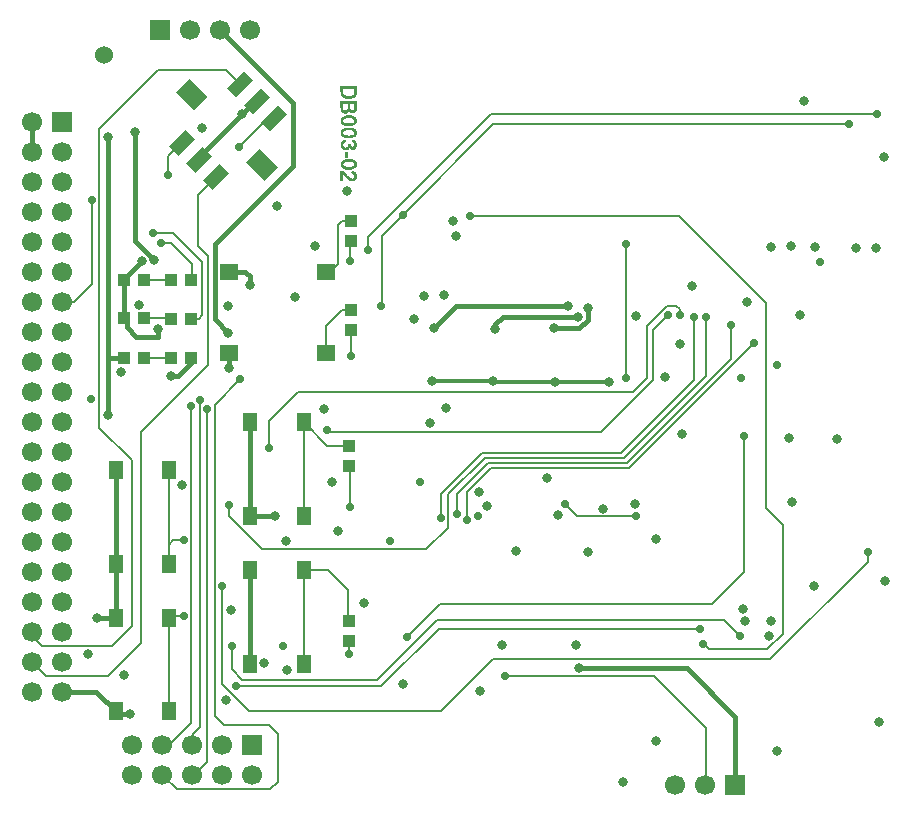
<source format=gbr>
G04 DipTrace 2.4.0.2*
%INTop.gbr*%
%MOMM*%
%ADD12C,0.076*%
%ADD14C,0.2*%
%ADD15C,0.4*%
%ADD16C,0.3*%
%ADD20R,1.3X1.55*%
%ADD21R,1.1X1.0*%
%ADD22R,1.0X1.1*%
%ADD29R,1.7X1.7*%
%ADD31C,1.7*%
%ADD43R,1.5X1.4*%
%ADD44C,1.524*%
%ADD56C,0.7*%
%ADD58C,0.8*%
%FSLAX53Y53*%
G04*
G71*
G90*
G75*
G01*
%LNTop*%
%LPD*%
X72880Y41050D2*
D14*
Y29520D1*
X70160Y26800D1*
X47120D1*
X44320Y24000D1*
X69440Y23440D2*
X69920Y22960D1*
X74880D1*
X76160Y24240D1*
Y33520D1*
X74780Y34900D1*
Y52260D1*
X67360Y59680D1*
X49680D1*
X39440Y22560D2*
Y23710D1*
X39410D1*
X24189Y25658D2*
Y17708D1*
X25440Y25800D2*
X24331D1*
X24189Y25658D1*
X39520Y35040D2*
Y38510D1*
X39410D1*
X25440Y32190D2*
X24590D1*
X24210Y31810D1*
Y30240D1*
X23680D1*
Y30640D1*
X24131Y30189D1*
X24189D1*
Y38139D1*
X15129Y52413D2*
X16173D1*
X17680Y53920D1*
Y61040D1*
X83360Y31200D2*
Y30400D1*
X75120Y22160D1*
X51660D1*
X47260Y17760D1*
X30960D1*
X28720Y20000D1*
Y28320D1*
X66480Y51280D2*
X65200Y50000D1*
Y45760D1*
X60800Y41360D1*
X37740D1*
X37570Y41530D1*
X67440Y51280D2*
Y51790D1*
X67150Y52080D1*
X66400D1*
X64640Y50320D1*
Y45920D1*
X63490Y44770D1*
X35140D1*
X32670Y42300D1*
Y40000D1*
X29920Y19840D2*
X42160D1*
X47040Y24720D1*
X69200D1*
X63730Y34220D2*
X58730D1*
X57700Y35250D1*
X19689Y38139D2*
D15*
Y30189D1*
Y25658D1*
X26080Y47600D2*
Y47200D1*
X24960Y46080D1*
X24400D1*
X15129Y19393D2*
X18004D1*
X19689Y17708D1*
X31100Y34290D2*
X33150D1*
X33200Y34240D1*
X31103Y29709D2*
Y21759D1*
Y29709D2*
X31200D1*
X31100Y42240D2*
Y34290D1*
X19689Y25658D2*
X18080D1*
X29298Y54880D2*
Y54960D1*
X30640D1*
X31040Y54560D1*
Y53840D1*
X29298Y48080D2*
Y46778D1*
X26731Y64431D2*
X27200D1*
Y65120D1*
X30400Y68320D1*
X31671Y69370D2*
Y69591D1*
X30400Y68320D1*
X20870Y17470D2*
X19689D1*
Y17708D1*
X30160Y65520D2*
D14*
X32571Y67931D1*
X33109D1*
X30232Y70809D2*
X30231D1*
X29040Y72000D1*
X23280D1*
X18320Y67040D1*
Y41700D1*
X21040Y38980D1*
Y24920D1*
X19400Y23280D1*
X13440D1*
X12640Y24080D1*
Y24422D1*
X12589Y24473D1*
X24160Y63120D2*
Y64736D1*
X25293Y65869D1*
X28170Y62992D2*
X26640Y61462D1*
Y57120D1*
X27520Y56240D1*
Y47040D1*
X21840Y41360D1*
Y23520D1*
X19040Y20720D1*
X13802D1*
X12589Y21933D1*
X59678Y51842D2*
D15*
Y50878D1*
X58960Y50160D1*
X56790D1*
X58800Y51120D2*
X52480D1*
X51840Y50480D1*
Y50130D1*
X58000Y52000D2*
X48470D1*
X46660Y50190D1*
X29520Y23280D2*
D14*
Y21280D1*
X30400Y20400D1*
X41840D1*
X46880Y25440D1*
X71200D1*
X72550Y24090D1*
X26080Y50960D2*
X26720D1*
X27040Y51280D1*
Y55760D1*
X24560Y58240D1*
X22880D1*
X46460Y45670D2*
D16*
X51620D1*
X56880Y45610D2*
X51620D1*
Y45670D1*
X61440Y45610D2*
X56880D1*
X20380Y50985D2*
D15*
Y54240D1*
Y54310D1*
X21900Y55830D1*
X23260Y50090D2*
Y49440D1*
X21440D1*
X20640Y50240D1*
Y50725D1*
X20380Y50985D1*
X24380Y54240D2*
D14*
X22080D1*
Y50985D2*
X24355D1*
X24380Y50960D1*
X23520Y57360D2*
X24400D1*
X26160Y55600D1*
Y54320D1*
X26080Y54240D1*
X22077Y47679D2*
X24380D1*
Y47600D1*
X12589Y67653D2*
D15*
Y65113D1*
X20377Y47679D2*
X19040D1*
Y66320D1*
Y42850D2*
Y47679D1*
X37463Y54880D2*
D14*
X37840D1*
X38560Y55600D1*
Y58880D1*
X38900Y59220D1*
X39600D1*
X37463Y48080D2*
Y50343D1*
X38820Y51700D1*
X39600D1*
X35603Y29709D2*
Y21597D1*
X35280Y21920D1*
X35442D1*
X35603Y21759D1*
X39410Y25410D2*
X39360D1*
Y28000D1*
X37651Y29709D1*
X35603D1*
X35600Y42240D2*
Y34290D1*
X39410Y40210D2*
X37630D1*
X35600Y42240D1*
X69680Y51120D2*
Y46140D1*
X62740Y39200D1*
X50960D1*
X47840Y36080D1*
Y33280D1*
X46000Y31440D1*
X32080D1*
X29280Y34240D1*
Y35200D1*
X26200Y12290D2*
Y12320D1*
X26320D1*
X27440Y13440D1*
Y43360D1*
X44000Y59760D2*
X51680Y67440D1*
X81760D1*
X42190Y52050D2*
X42240D1*
Y58000D1*
X44000Y59760D1*
X68640Y51120D2*
Y45790D1*
X62440Y39590D1*
X50710D1*
X47280Y36160D1*
Y34160D1*
X47210Y34090D1*
X26200Y14830D2*
X26240D1*
Y15840D1*
X26800Y16400D1*
Y44080D1*
X84160Y68320D2*
X51440D1*
X41020Y57900D1*
Y56770D1*
X41040Y56790D1*
X48560Y34400D2*
Y36080D1*
X51250Y38770D1*
X63000D1*
X71824Y47594D1*
Y50400D1*
X49440Y33920D2*
Y36320D1*
X51460Y38340D1*
X63140D1*
X73710Y48910D1*
X58960Y21397D2*
D15*
X68043D1*
X72160Y17280D1*
Y11560D1*
X72120Y11520D1*
X52680Y20700D2*
D14*
X65300D1*
X69680Y16320D1*
Y11620D1*
X69580Y11520D1*
X22960Y55900D2*
D15*
X21290Y57570D1*
Y66720D1*
X21350Y66780D1*
X29235Y49795D2*
X28080Y50950D1*
Y57280D1*
X34720Y63920D1*
Y69245D1*
X28525Y75440D1*
X23660Y14830D2*
D14*
Y14300D1*
X26080Y16720D1*
Y43600D1*
X39600Y47840D2*
Y50000D1*
X30240Y45840D2*
X28080Y43680D1*
Y17360D1*
X28880Y16560D1*
X32640D1*
X33440Y15760D1*
Y11760D1*
X32800Y11120D1*
X24880D1*
X23660Y12340D1*
Y12290D1*
X39520Y55840D2*
Y57440D1*
X39600Y57520D1*
X62880Y45920D2*
Y57280D1*
D56*
X72880Y41050D3*
X44320Y24000D3*
X69440Y23440D3*
X49680Y59680D3*
X39440Y22560D3*
D3*
X17600Y44160D3*
X25440Y25800D3*
X39520Y35040D3*
X25440Y32190D3*
X17680Y61040D3*
X79360Y55760D3*
X83360Y31200D3*
X28720Y28320D3*
X66480Y51280D3*
X37570Y41530D3*
X45440Y37120D3*
X67440Y51280D3*
X32670Y40000D3*
X29920Y19840D3*
X69200Y24720D3*
X63730Y34220D3*
X57700Y35250D3*
X69200Y24720D3*
D58*
X38560Y33020D3*
X29030Y18650D3*
X29440Y26320D3*
X32240Y21840D3*
X24400Y46080D3*
X21680Y52160D3*
X25310Y36870D3*
X34240Y21200D3*
X38000Y37120D3*
X44000Y20000D3*
X47625Y43365D3*
X63670Y35310D3*
X50530Y19440D3*
X84320Y16800D3*
X75040Y24090D3*
X65440Y32320D3*
X58670Y23300D3*
X52430Y23360D3*
X50480Y36320D3*
X67660Y41170D3*
X66230Y46040D3*
X63760Y51200D3*
X68450Y53710D3*
X48480Y58000D3*
X47460Y52970D3*
X80800Y40750D3*
X76950Y35460D3*
X33200Y34240D3*
X84800Y28720D3*
X78800Y28320D3*
X31200Y29709D3*
X18080Y25658D3*
X72800Y26400D3*
X31040Y53840D3*
X29298Y46778D3*
X30400Y68320D3*
X33360Y60480D3*
X29200Y52000D3*
X20160Y46470D3*
X27040Y67120D3*
X20870Y17470D3*
X17360Y22560D3*
X31200Y29709D3*
X77940Y69390D3*
X75220Y57070D3*
X78890D3*
X82410Y56960D3*
X84740Y64630D3*
X76740Y40850D3*
X62640Y11760D3*
X56180Y37490D3*
X77610Y51270D3*
X36560Y57080D3*
X60970Y34890D3*
D56*
X30160Y65520D3*
X24160Y63120D3*
D58*
X59678Y51842D3*
X56790Y50160D3*
X58800Y51120D3*
X51840Y50130D3*
X58000Y52000D3*
X46660Y50190D3*
D56*
X29520Y23280D3*
X72550Y24090D3*
D58*
X53580Y31310D3*
X65480Y15170D3*
D56*
X22880Y58240D3*
D58*
X46460Y45670D3*
X51620D3*
X56880Y45610D3*
X61440D3*
X56880D3*
X59710Y31250D3*
X75650Y14380D3*
X21900Y55830D3*
X34860Y52780D3*
X37370Y43320D3*
X23260Y50090D3*
X21900Y55830D3*
X34860Y52780D3*
D56*
X23520Y57360D3*
D58*
X19040Y66320D3*
Y42850D3*
X40700Y26890D3*
X34100Y32160D3*
D56*
X42960D3*
X33840Y23280D3*
X72640Y45920D3*
X75720Y47030D3*
X50400Y34240D3*
X69680Y51120D3*
X29280Y35200D3*
X42190Y52050D3*
X27440Y43360D3*
X44000Y59760D3*
X81760Y67440D3*
X42190Y52050D3*
X44000Y59760D3*
X68640Y51120D3*
X47210Y34090D3*
D3*
X26800Y44080D3*
X41040Y56790D3*
X84160Y68320D3*
X41040Y56790D3*
X48560Y34400D3*
X71824Y50400D3*
X49440Y33920D3*
X73710Y48910D3*
D58*
X58960Y21397D3*
D56*
X52680Y20700D3*
D58*
X22960Y55900D3*
X21350Y66780D3*
X29235Y49795D3*
D56*
X26080Y43600D3*
X39600Y47840D3*
X26080Y43600D3*
X30240Y45840D3*
X39520Y55840D3*
X30240Y45840D3*
D58*
X39240Y61790D3*
X48280Y59230D3*
X72960Y25360D3*
X75170Y25390D3*
X46320Y42160D3*
X51120Y35120D3*
X67460Y48830D3*
X20400Y20800D3*
X45770Y52920D3*
X84030Y56960D3*
X76880Y57130D3*
X57123Y34353D3*
X73190Y52400D3*
X44930Y50910D3*
D56*
X62880Y45920D3*
Y57280D3*
D20*
X24189Y38139D3*
Y30189D3*
X19689Y38139D3*
Y30189D3*
X24189Y25658D3*
Y17708D3*
X19689Y25658D3*
Y17708D3*
D21*
X22080Y50985D3*
X20380D3*
X22080Y54240D3*
X20380D3*
X22077Y47679D3*
X20377D3*
D29*
X15129Y67653D3*
D31*
X12589D3*
X15129Y65113D3*
X12589D3*
X15129Y62573D3*
X12589D3*
X15129Y60033D3*
X12589D3*
X15129Y57493D3*
X12589D3*
X15129Y54953D3*
X12589D3*
X15129Y52413D3*
X12589D3*
X15129Y49873D3*
X12589D3*
X15129Y47333D3*
X12589D3*
X15129Y44793D3*
X12589D3*
X15129Y42253D3*
X12589D3*
X15129Y39713D3*
X12589D3*
X15129Y37173D3*
X12589D3*
X15129Y34633D3*
X12589D3*
X15129Y32093D3*
X12589D3*
X15129Y29553D3*
X12589D3*
X15129Y27013D3*
X12589D3*
X15129Y24473D3*
X12589D3*
X15129Y21933D3*
X12589D3*
X15129Y19393D3*
X12589D3*
D29*
X72120Y11520D3*
D31*
X69580D3*
X67040D3*
D29*
X23445Y75440D3*
D31*
X25985D3*
X28525D3*
X31065D3*
D29*
X31280Y14830D3*
D31*
Y12290D3*
X28740Y14830D3*
Y12290D3*
X26200Y14830D3*
Y12290D3*
X23660Y14830D3*
Y12290D3*
X21120Y14830D3*
Y12290D3*
D21*
X26080Y47600D3*
X24380D3*
X26080Y54240D3*
X24380D3*
D22*
X39600Y57520D3*
Y59220D3*
Y50000D3*
Y51700D3*
X39410Y23710D3*
Y25410D3*
Y38510D3*
Y40210D3*
D21*
X26080Y50960D3*
X24380D3*
D43*
X37463Y48080D3*
X29298D3*
X37463Y54880D3*
X29298D3*
D44*
X18720Y73310D3*
G36*
X28488Y64088D2*
X29266Y63310D1*
X27852Y61896D1*
X27074Y62674D1*
X28488Y64088D1*
G37*
G36*
X33428Y69027D2*
X34205Y68249D1*
X32791Y66835D1*
X32013Y67613D1*
X33428Y69027D1*
G37*
G36*
X31989Y70466D2*
X32767Y69689D1*
X31353Y68274D1*
X30575Y69052D1*
X31989Y70466D1*
G37*
G36*
X30550Y71905D2*
X31328Y71128D1*
X29914Y69713D1*
X29136Y70491D1*
X30550Y71905D1*
G37*
G36*
X27050Y65527D2*
X27827Y64749D1*
X26413Y63335D1*
X25635Y64113D1*
X27050Y65527D1*
G37*
G36*
X25611Y66965D2*
X26389Y66188D1*
X24975Y64773D1*
X24197Y65551D1*
X25611Y66965D1*
G37*
G36*
X30756Y64215D2*
X31888Y65346D1*
X33443Y63791D1*
X32312Y62659D1*
X30756Y64215D1*
G37*
G36*
X24807Y70165D2*
X25938Y71296D1*
X27494Y69740D1*
X26362Y68609D1*
X24807Y70165D1*
G37*
D20*
X35600Y42240D3*
Y34290D3*
X31100Y42240D3*
Y34290D3*
X35603Y29709D3*
Y21759D3*
X31103Y29709D3*
Y21759D3*
X38730Y70686D2*
D12*
X40022D1*
X38730Y70648D2*
X40022D1*
X38730Y70610D2*
X40022D1*
X38730Y70572D2*
X40022D1*
X38730Y70534D2*
X40022D1*
X38730Y70496D2*
X38844D1*
X39908D2*
X40022D1*
X38730Y70458D2*
X38844D1*
X39908D2*
X40022D1*
X38730Y70420D2*
X38844D1*
X39908D2*
X40022D1*
X38730Y70382D2*
X38844D1*
X39908D2*
X40022D1*
X38730Y70344D2*
X38844D1*
X39908D2*
X40022D1*
X38730Y70306D2*
X38844D1*
X39908D2*
X40022D1*
X38730Y70268D2*
X38845D1*
X39908D2*
X40022D1*
X38730Y70230D2*
X38850D1*
X39908D2*
X40022D1*
X38731Y70192D2*
X38859D1*
X39908D2*
X40022D1*
X38736Y70154D2*
X38869D1*
X39908D2*
X40022D1*
X38745Y70116D2*
X38877D1*
X39907D2*
X40022D1*
X38755Y70078D2*
X38886D1*
X39902D2*
X40022D1*
X38763Y70040D2*
X38898D1*
X39891D2*
X40021D1*
X38772Y70002D2*
X38915D1*
X39875D2*
X40016D1*
X38784Y69964D2*
X38939D1*
X39851D2*
X40005D1*
X38801Y69926D2*
X38977D1*
X39820D2*
X39989D1*
X38823Y69888D2*
X39029D1*
X39745D2*
X39967D1*
X38852Y69850D2*
X39177D1*
X39609D2*
X39938D1*
X38887Y69812D2*
X39404D1*
X39386D2*
X39903D1*
X38930Y69774D2*
X39860D1*
X38985Y69736D2*
X39805D1*
X39060Y69698D2*
X39730D1*
X39155Y69660D2*
X39635D1*
X39262Y69622D2*
X39528D1*
X38730Y69356D2*
X40022D1*
X38730Y69318D2*
X40022D1*
X38730Y69280D2*
X40022D1*
X38730Y69242D2*
X40022D1*
X38730Y69204D2*
X38844D1*
X39338D2*
X39452D1*
X39908D2*
X40022D1*
X38730Y69166D2*
X38844D1*
X39338D2*
X39452D1*
X39908D2*
X40022D1*
X38730Y69128D2*
X38844D1*
X39338D2*
X39452D1*
X39908D2*
X40022D1*
X38730Y69090D2*
X38844D1*
X39338D2*
X39452D1*
X39908D2*
X40022D1*
X38730Y69052D2*
X38844D1*
X39338D2*
X39452D1*
X39908D2*
X40022D1*
X38730Y69014D2*
X38844D1*
X39338D2*
X39452D1*
X39908D2*
X40022D1*
X38730Y68976D2*
X38844D1*
X39338D2*
X39452D1*
X39908D2*
X40022D1*
X38730Y68938D2*
X38844D1*
X39338D2*
X39453D1*
X39908D2*
X40022D1*
X38730Y68900D2*
X38845D1*
X39338D2*
X39458D1*
X39908D2*
X40022D1*
X38730Y68862D2*
X38850D1*
X39338D2*
X39467D1*
X39908D2*
X40022D1*
X38731Y68824D2*
X38859D1*
X39338D2*
X39477D1*
X39907D2*
X40022D1*
X38736Y68786D2*
X38869D1*
X39337D2*
X39485D1*
X39901D2*
X40022D1*
X38745Y68748D2*
X38877D1*
X39331D2*
X39496D1*
X39892D2*
X40021D1*
X38755Y68710D2*
X38888D1*
X39322D2*
X39512D1*
X39868D2*
X40016D1*
X38763Y68672D2*
X38905D1*
X39298D2*
X39573D1*
X39795D2*
X40005D1*
X38773Y68634D2*
X38973D1*
X39218D2*
X39672D1*
X39676D2*
X39989D1*
X38789Y68596D2*
X39084D1*
X39085D2*
X39369D1*
X39452D2*
X39965D1*
X38811Y68558D2*
X39353D1*
X39490D2*
X39931D1*
X38841Y68520D2*
X39326D1*
X39528D2*
X39885D1*
X38882Y68482D2*
X39288D1*
X39566D2*
X39832D1*
X38936Y68444D2*
X39240D1*
X38996Y68406D2*
X39186D1*
X39224Y68178D2*
X39566D1*
X39097Y68140D2*
X39693D1*
X38995Y68102D2*
X39795D1*
X38918Y68064D2*
X39871D1*
X38861Y68026D2*
X39924D1*
X38820Y67988D2*
X39087D1*
X39715D2*
X39961D1*
X38792Y67950D2*
X39006D1*
X39780D2*
X39987D1*
X38773Y67912D2*
X38949D1*
X39830D2*
X40004D1*
X38757Y67874D2*
X38907D1*
X39864D2*
X40014D1*
X38745Y67836D2*
X38888D1*
X39890D2*
X40019D1*
X38737Y67798D2*
X38873D1*
X39899D2*
X40021D1*
X38734Y67760D2*
X38862D1*
X39903D2*
X40022D1*
X38737Y67722D2*
X38867D1*
X39900D2*
X40022D1*
X38746Y67684D2*
X38880D1*
X39890D2*
X40020D1*
X38757Y67646D2*
X38902D1*
X39872D2*
X40016D1*
X38770Y67608D2*
X38933D1*
X39848D2*
X40005D1*
X38789Y67570D2*
X39018D1*
X39760D2*
X39989D1*
X38816Y67532D2*
X39167D1*
X39598D2*
X39965D1*
X38850Y67494D2*
X39400D1*
X39342D2*
X39930D1*
X38895Y67456D2*
X39880D1*
X38959Y67418D2*
X39813D1*
X39047Y67380D2*
X39731D1*
X39148Y67342D2*
X39642D1*
X39224Y67152D2*
X39566D1*
X39097Y67114D2*
X39693D1*
X38995Y67076D2*
X39795D1*
X38918Y67038D2*
X39871D1*
X38861Y67000D2*
X39924D1*
X38820Y66962D2*
X39087D1*
X39715D2*
X39961D1*
X38792Y66924D2*
X39006D1*
X39780D2*
X39987D1*
X38773Y66886D2*
X38949D1*
X39830D2*
X40004D1*
X38757Y66848D2*
X38907D1*
X39864D2*
X40014D1*
X38745Y66810D2*
X38888D1*
X39890D2*
X40019D1*
X38737Y66772D2*
X38873D1*
X39899D2*
X40021D1*
X38734Y66734D2*
X38862D1*
X39903D2*
X40022D1*
X38737Y66696D2*
X38867D1*
X39900D2*
X40022D1*
X38746Y66658D2*
X38880D1*
X39890D2*
X40020D1*
X38757Y66620D2*
X38902D1*
X39872D2*
X40016D1*
X38770Y66582D2*
X38933D1*
X39848D2*
X40005D1*
X38789Y66544D2*
X39018D1*
X39760D2*
X39989D1*
X38816Y66506D2*
X39167D1*
X39598D2*
X39965D1*
X38850Y66468D2*
X39400D1*
X39342D2*
X39930D1*
X38895Y66430D2*
X39880D1*
X38959Y66392D2*
X39813D1*
X39047Y66354D2*
X39731D1*
X39148Y66316D2*
X39642D1*
X39034Y66126D2*
X39072D1*
X38966Y66088D2*
X39089D1*
X39718D2*
X39832D1*
X38907Y66050D2*
X39101D1*
X39711D2*
X39870D1*
X38861Y66012D2*
X39093D1*
X39698D2*
X39908D1*
X38827Y65974D2*
X39056D1*
X39680D2*
X39944D1*
X38803Y65936D2*
X39011D1*
X39748D2*
X39976D1*
X38784Y65898D2*
X38967D1*
X39807D2*
X39999D1*
X38770Y65860D2*
X38930D1*
X39852D2*
X40011D1*
X38756Y65822D2*
X38901D1*
X39885D2*
X40018D1*
X38744Y65784D2*
X38878D1*
X39376D2*
X39490D1*
X39897D2*
X40020D1*
X38737Y65746D2*
X38859D1*
X39393D2*
X39496D1*
X39903D2*
X40021D1*
X38734Y65708D2*
X38858D1*
X39403D2*
X39507D1*
X39905D2*
X40022D1*
X38737Y65670D2*
X38864D1*
X39407D2*
X39522D1*
X39901D2*
X40022D1*
X38746Y65632D2*
X38877D1*
X39396D2*
X39541D1*
X39889D2*
X40020D1*
X38757Y65594D2*
X38895D1*
X39380D2*
X39564D1*
X39870D2*
X40014D1*
X38768Y65556D2*
X38921D1*
X39355D2*
X39626D1*
X39809D2*
X40000D1*
X38782Y65518D2*
X38963D1*
X39320D2*
X39719D1*
X39716D2*
X39980D1*
X38800Y65480D2*
X39029D1*
X39238D2*
X39955D1*
X38824Y65442D2*
X39120D1*
X39125D2*
X39406D1*
X39535D2*
X39924D1*
X38860Y65404D2*
X39394D1*
X39586D2*
X39881D1*
X38908Y65366D2*
X39359D1*
X39642D2*
X39832D1*
X38969Y65328D2*
X39314D1*
X39034Y65290D2*
X39262D1*
X39148Y65100D2*
X39262D1*
X39148Y65062D2*
X39262D1*
X39148Y65024D2*
X39262D1*
X39148Y64986D2*
X39262D1*
X39148Y64948D2*
X39262D1*
X39148Y64910D2*
X39262D1*
X39148Y64872D2*
X39262D1*
X39148Y64834D2*
X39262D1*
X39148Y64796D2*
X39262D1*
X39148Y64758D2*
X39262D1*
X39148Y64720D2*
X39262D1*
X39148Y64682D2*
X39262D1*
X39148Y64644D2*
X39262D1*
X39224Y64492D2*
X39566D1*
X39097Y64454D2*
X39693D1*
X38995Y64416D2*
X39795D1*
X38918Y64378D2*
X39871D1*
X38861Y64340D2*
X39924D1*
X38820Y64302D2*
X39087D1*
X39715D2*
X39961D1*
X38792Y64264D2*
X39006D1*
X39780D2*
X39987D1*
X38773Y64226D2*
X38949D1*
X39830D2*
X40004D1*
X38757Y64188D2*
X38907D1*
X39864D2*
X40014D1*
X38745Y64150D2*
X38888D1*
X39890D2*
X40019D1*
X38737Y64112D2*
X38873D1*
X39899D2*
X40021D1*
X38734Y64074D2*
X38862D1*
X39903D2*
X40022D1*
X38737Y64036D2*
X38867D1*
X39900D2*
X40022D1*
X38746Y63998D2*
X38880D1*
X39890D2*
X40020D1*
X38757Y63960D2*
X38902D1*
X39872D2*
X40016D1*
X38770Y63922D2*
X38933D1*
X39848D2*
X40005D1*
X38789Y63884D2*
X39018D1*
X39760D2*
X39989D1*
X38816Y63846D2*
X39167D1*
X39598D2*
X39965D1*
X38850Y63808D2*
X39400D1*
X39342D2*
X39930D1*
X38895Y63770D2*
X39880D1*
X38959Y63732D2*
X39813D1*
X39047Y63694D2*
X39731D1*
X39148Y63656D2*
X39642D1*
X38730Y63504D2*
X38768D1*
X38730Y63466D2*
X38847D1*
X39680D2*
X39756D1*
X38730Y63428D2*
X38916D1*
X39673D2*
X39829D1*
X38730Y63390D2*
X38975D1*
X39660D2*
X39887D1*
X38730Y63352D2*
X39025D1*
X39642D2*
X39931D1*
X38730Y63314D2*
X39068D1*
X39715D2*
X39964D1*
X38730Y63276D2*
X39107D1*
X39780D2*
X39988D1*
X38730Y63238D2*
X38844D1*
X38958D2*
X39141D1*
X39830D2*
X40004D1*
X38730Y63200D2*
X38844D1*
X38996D2*
X39170D1*
X39864D2*
X40014D1*
X38730Y63162D2*
X38844D1*
X39033D2*
X39199D1*
X39890D2*
X40019D1*
X38730Y63124D2*
X38844D1*
X39066D2*
X39230D1*
X39899D2*
X40021D1*
X38730Y63086D2*
X38844D1*
X39095D2*
X39265D1*
X39904D2*
X40022D1*
X38730Y63048D2*
X38844D1*
X39123D2*
X39301D1*
X39906D2*
X40022D1*
X38730Y63010D2*
X38844D1*
X39154D2*
X39338D1*
X39906D2*
X40022D1*
X38730Y62972D2*
X38844D1*
X39189D2*
X39376D1*
X39900D2*
X40022D1*
X38730Y62934D2*
X38844D1*
X39225D2*
X39416D1*
X39888D2*
X40020D1*
X38730Y62896D2*
X38844D1*
X39262D2*
X39468D1*
X39853D2*
X40014D1*
X38730Y62858D2*
X38844D1*
X39300D2*
X39551D1*
X39791D2*
X40000D1*
X38730Y62820D2*
X38844D1*
X39338D2*
X39678D1*
X39690D2*
X39978D1*
X38730Y62782D2*
X38844D1*
X39378D2*
X39951D1*
X38730Y62744D2*
X38844D1*
X39421D2*
X39916D1*
X38730Y62706D2*
X38844D1*
X39472D2*
X39875D1*
X38730Y62668D2*
X38844D1*
X39528D2*
X39832D1*
X38730Y70686D2*
Y70648D1*
Y70610D1*
Y70572D1*
Y70534D1*
Y70496D1*
Y70458D1*
Y70420D1*
Y70382D1*
Y70344D1*
Y70306D1*
Y70268D1*
Y70230D1*
X38731Y70192D1*
X38736Y70154D1*
X38745Y70116D1*
X38755Y70078D1*
X38763Y70040D1*
X38772Y70002D1*
X38784Y69964D1*
X38801Y69926D1*
X38823Y69888D1*
X38852Y69850D1*
X38887Y69812D1*
X38930Y69774D1*
X38985Y69736D1*
X39060Y69698D1*
X39155Y69660D1*
X39262Y69622D1*
X40022Y70686D2*
Y70648D1*
Y70610D1*
Y70572D1*
Y70534D1*
Y70496D1*
Y70458D1*
Y70420D1*
Y70382D1*
Y70344D1*
Y70306D1*
Y70268D1*
Y70230D1*
Y70192D1*
Y70154D1*
Y70116D1*
Y70078D1*
X40021Y70040D1*
X40016Y70002D1*
X40005Y69964D1*
X39989Y69926D1*
X39967Y69888D1*
X39938Y69850D1*
X39903Y69812D1*
X39860Y69774D1*
X39805Y69736D1*
X39730Y69698D1*
X39635Y69660D1*
X39528Y69622D1*
X38844Y70534D2*
Y70496D1*
Y70458D1*
Y70420D1*
Y70382D1*
Y70344D1*
Y70306D1*
X38845Y70268D1*
X38850Y70230D1*
X38859Y70192D1*
X38869Y70154D1*
X38877Y70116D1*
X38886Y70078D1*
X38898Y70040D1*
X38915Y70002D1*
X38939Y69964D1*
X38977Y69926D1*
X39029Y69888D1*
X39177Y69850D1*
X39404Y69812D1*
X39680Y69774D1*
X39908Y70534D2*
Y70496D1*
Y70458D1*
Y70420D1*
Y70382D1*
Y70344D1*
Y70306D1*
Y70268D1*
Y70230D1*
Y70192D1*
Y70154D1*
X39907Y70116D1*
X39902Y70078D1*
X39891Y70040D1*
X39875Y70002D1*
X39851Y69964D1*
X39820Y69926D1*
X39745Y69888D1*
X39609Y69850D1*
X39386Y69812D1*
X39110Y69774D1*
X38730Y69356D2*
Y69318D1*
Y69280D1*
Y69242D1*
Y69204D1*
Y69166D1*
Y69128D1*
Y69090D1*
Y69052D1*
Y69014D1*
Y68976D1*
Y68938D1*
Y68900D1*
Y68862D1*
X38731Y68824D1*
X38736Y68786D1*
X38745Y68748D1*
X38755Y68710D1*
X38763Y68672D1*
X38773Y68634D1*
X38789Y68596D1*
X38811Y68558D1*
X38841Y68520D1*
X38882Y68482D1*
X38936Y68444D1*
X38996Y68406D1*
X40022Y69356D2*
Y69318D1*
Y69280D1*
Y69242D1*
Y69204D1*
Y69166D1*
Y69128D1*
Y69090D1*
Y69052D1*
Y69014D1*
Y68976D1*
Y68938D1*
Y68900D1*
Y68862D1*
Y68824D1*
Y68786D1*
X40021Y68748D1*
X40016Y68710D1*
X40005Y68672D1*
X39989Y68634D1*
X39965Y68596D1*
X39931Y68558D1*
X39885Y68520D1*
X39832Y68482D1*
X38844Y69242D2*
Y69204D1*
Y69166D1*
Y69128D1*
Y69090D1*
Y69052D1*
Y69014D1*
Y68976D1*
Y68938D1*
X38845Y68900D1*
X38850Y68862D1*
X38859Y68824D1*
X38869Y68786D1*
X38877Y68748D1*
X38888Y68710D1*
X38905Y68672D1*
X38973Y68634D1*
X39084Y68596D1*
X39224Y68558D1*
X39338Y69242D2*
Y69204D1*
Y69166D1*
Y69128D1*
Y69090D1*
Y69052D1*
Y69014D1*
Y68976D1*
Y68938D1*
Y68900D1*
Y68862D1*
Y68824D1*
X39337Y68786D1*
X39331Y68748D1*
X39322Y68710D1*
X39298Y68672D1*
X39218Y68634D1*
X39085Y68596D1*
X38920Y68558D1*
X39452Y69242D2*
Y69204D1*
Y69166D1*
Y69128D1*
Y69090D1*
Y69052D1*
Y69014D1*
Y68976D1*
X39453Y68938D1*
X39458Y68900D1*
X39467Y68862D1*
X39477Y68824D1*
X39485Y68786D1*
X39496Y68748D1*
X39512Y68710D1*
X39573Y68672D1*
X39672Y68634D1*
X39794Y68596D1*
X39908Y69242D2*
Y69204D1*
Y69166D1*
Y69128D1*
Y69090D1*
Y69052D1*
Y69014D1*
Y68976D1*
Y68938D1*
Y68900D1*
Y68862D1*
X39907Y68824D1*
X39901Y68786D1*
X39892Y68748D1*
X39868Y68710D1*
X39795Y68672D1*
X39676Y68634D1*
X39528Y68596D1*
X39376Y68634D2*
X39369Y68596D1*
X39353Y68558D1*
X39326Y68520D1*
X39288Y68482D1*
X39240Y68444D1*
X39186Y68406D1*
X39414Y68634D2*
X39452Y68596D1*
X39490Y68558D1*
X39528Y68520D1*
X39566Y68482D1*
X39224Y68178D2*
X39097Y68140D1*
X38995Y68102D1*
X38918Y68064D1*
X38861Y68026D1*
X38820Y67988D1*
X38792Y67950D1*
X38773Y67912D1*
X38757Y67874D1*
X38745Y67836D1*
X38737Y67798D1*
X38734Y67760D1*
X38737Y67722D1*
X38746Y67684D1*
X38757Y67646D1*
X38770Y67608D1*
X38789Y67570D1*
X38816Y67532D1*
X38850Y67494D1*
X38895Y67456D1*
X38959Y67418D1*
X39047Y67380D1*
X39148Y67342D1*
X39566Y68178D2*
X39693Y68140D1*
X39795Y68102D1*
X39871Y68064D1*
X39924Y68026D1*
X39961Y67988D1*
X39987Y67950D1*
X40004Y67912D1*
X40014Y67874D1*
X40019Y67836D1*
X40021Y67798D1*
X40022Y67760D1*
Y67722D1*
X40020Y67684D1*
X40016Y67646D1*
X40005Y67608D1*
X39989Y67570D1*
X39965Y67532D1*
X39930Y67494D1*
X39880Y67456D1*
X39813Y67418D1*
X39731Y67380D1*
X39642Y67342D1*
X39186Y68026D2*
X39087Y67988D1*
X39006Y67950D1*
X38949Y67912D1*
X38907Y67874D1*
X38888Y67836D1*
X38873Y67798D1*
X38862Y67760D1*
X38867Y67722D1*
X38880Y67684D1*
X38902Y67646D1*
X38933Y67608D1*
X39018Y67570D1*
X39167Y67532D1*
X39400Y67494D1*
X39680Y67456D1*
X39642Y68026D2*
X39715Y67988D1*
X39780Y67950D1*
X39830Y67912D1*
X39864Y67874D1*
X39890Y67836D1*
X39899Y67798D1*
X39903Y67760D1*
X39900Y67722D1*
X39890Y67684D1*
X39872Y67646D1*
X39848Y67608D1*
X39760Y67570D1*
X39598Y67532D1*
X39342Y67494D1*
X39034Y67456D1*
X39224Y67152D2*
X39097Y67114D1*
X38995Y67076D1*
X38918Y67038D1*
X38861Y67000D1*
X38820Y66962D1*
X38792Y66924D1*
X38773Y66886D1*
X38757Y66848D1*
X38745Y66810D1*
X38737Y66772D1*
X38734Y66734D1*
X38737Y66696D1*
X38746Y66658D1*
X38757Y66620D1*
X38770Y66582D1*
X38789Y66544D1*
X38816Y66506D1*
X38850Y66468D1*
X38895Y66430D1*
X38959Y66392D1*
X39047Y66354D1*
X39148Y66316D1*
X39566Y67152D2*
X39693Y67114D1*
X39795Y67076D1*
X39871Y67038D1*
X39924Y67000D1*
X39961Y66962D1*
X39987Y66924D1*
X40004Y66886D1*
X40014Y66848D1*
X40019Y66810D1*
X40021Y66772D1*
X40022Y66734D1*
Y66696D1*
X40020Y66658D1*
X40016Y66620D1*
X40005Y66582D1*
X39989Y66544D1*
X39965Y66506D1*
X39930Y66468D1*
X39880Y66430D1*
X39813Y66392D1*
X39731Y66354D1*
X39642Y66316D1*
X39186Y67000D2*
X39087Y66962D1*
X39006Y66924D1*
X38949Y66886D1*
X38907Y66848D1*
X38888Y66810D1*
X38873Y66772D1*
X38862Y66734D1*
X38867Y66696D1*
X38880Y66658D1*
X38902Y66620D1*
X38933Y66582D1*
X39018Y66544D1*
X39167Y66506D1*
X39400Y66468D1*
X39680Y66430D1*
X39642Y67000D2*
X39715Y66962D1*
X39780Y66924D1*
X39830Y66886D1*
X39864Y66848D1*
X39890Y66810D1*
X39899Y66772D1*
X39903Y66734D1*
X39900Y66696D1*
X39890Y66658D1*
X39872Y66620D1*
X39848Y66582D1*
X39760Y66544D1*
X39598Y66506D1*
X39342Y66468D1*
X39034Y66430D1*
Y66126D2*
X38966Y66088D1*
X38907Y66050D1*
X38861Y66012D1*
X38827Y65974D1*
X38803Y65936D1*
X38784Y65898D1*
X38770Y65860D1*
X38756Y65822D1*
X38744Y65784D1*
X38737Y65746D1*
X38734Y65708D1*
X38737Y65670D1*
X38746Y65632D1*
X38757Y65594D1*
X38768Y65556D1*
X38782Y65518D1*
X38800Y65480D1*
X38824Y65442D1*
X38860Y65404D1*
X38908Y65366D1*
X38969Y65328D1*
X39034Y65290D1*
X39072Y66126D2*
X39089Y66088D1*
X39101Y66050D1*
X39093Y66012D1*
X39056Y65974D1*
X39011Y65936D1*
X38967Y65898D1*
X38930Y65860D1*
X38901Y65822D1*
X38878Y65784D1*
X38859Y65746D1*
X38858Y65708D1*
X38864Y65670D1*
X38877Y65632D1*
X38895Y65594D1*
X38921Y65556D1*
X38963Y65518D1*
X39029Y65480D1*
X39120Y65442D1*
X39224Y65404D1*
X39718Y66088D2*
X39711Y66050D1*
X39698Y66012D1*
X39680Y65974D1*
X39748Y65936D1*
X39807Y65898D1*
X39852Y65860D1*
X39885Y65822D1*
X39897Y65784D1*
X39903Y65746D1*
X39905Y65708D1*
X39901Y65670D1*
X39889Y65632D1*
X39870Y65594D1*
X39809Y65556D1*
X39716Y65518D1*
X39604Y65480D1*
X39832Y66088D2*
X39870Y66050D1*
X39908Y66012D1*
X39944Y65974D1*
X39976Y65936D1*
X39999Y65898D1*
X40011Y65860D1*
X40018Y65822D1*
X40020Y65784D1*
X40021Y65746D1*
X40022Y65708D1*
Y65670D1*
X40020Y65632D1*
X40014Y65594D1*
X40000Y65556D1*
X39980Y65518D1*
X39955Y65480D1*
X39924Y65442D1*
X39881Y65404D1*
X39832Y65366D1*
X39376Y65784D2*
X39393Y65746D1*
X39403Y65708D1*
X39407Y65670D1*
X39396Y65632D1*
X39380Y65594D1*
X39355Y65556D1*
X39320Y65518D1*
X39238Y65480D1*
X39125Y65442D1*
X38996Y65404D1*
X39490Y65784D2*
X39496Y65746D1*
X39507Y65708D1*
X39522Y65670D1*
X39541Y65632D1*
X39564Y65594D1*
X39626Y65556D1*
X39719Y65518D1*
X39832Y65480D1*
X39414D2*
X39406Y65442D1*
X39394Y65404D1*
X39359Y65366D1*
X39314Y65328D1*
X39262Y65290D1*
X39490Y65480D2*
X39535Y65442D1*
X39586Y65404D1*
X39642Y65366D1*
X39148Y65100D2*
Y65062D1*
Y65024D1*
Y64986D1*
Y64948D1*
Y64910D1*
Y64872D1*
Y64834D1*
Y64796D1*
Y64758D1*
Y64720D1*
Y64682D1*
Y64644D1*
X39262Y65100D2*
Y65062D1*
Y65024D1*
Y64986D1*
Y64948D1*
Y64910D1*
Y64872D1*
Y64834D1*
Y64796D1*
Y64758D1*
Y64720D1*
Y64682D1*
Y64644D1*
X39224Y64492D2*
X39097Y64454D1*
X38995Y64416D1*
X38918Y64378D1*
X38861Y64340D1*
X38820Y64302D1*
X38792Y64264D1*
X38773Y64226D1*
X38757Y64188D1*
X38745Y64150D1*
X38737Y64112D1*
X38734Y64074D1*
X38737Y64036D1*
X38746Y63998D1*
X38757Y63960D1*
X38770Y63922D1*
X38789Y63884D1*
X38816Y63846D1*
X38850Y63808D1*
X38895Y63770D1*
X38959Y63732D1*
X39047Y63694D1*
X39148Y63656D1*
X39566Y64492D2*
X39693Y64454D1*
X39795Y64416D1*
X39871Y64378D1*
X39924Y64340D1*
X39961Y64302D1*
X39987Y64264D1*
X40004Y64226D1*
X40014Y64188D1*
X40019Y64150D1*
X40021Y64112D1*
X40022Y64074D1*
Y64036D1*
X40020Y63998D1*
X40016Y63960D1*
X40005Y63922D1*
X39989Y63884D1*
X39965Y63846D1*
X39930Y63808D1*
X39880Y63770D1*
X39813Y63732D1*
X39731Y63694D1*
X39642Y63656D1*
X39186Y64340D2*
X39087Y64302D1*
X39006Y64264D1*
X38949Y64226D1*
X38907Y64188D1*
X38888Y64150D1*
X38873Y64112D1*
X38862Y64074D1*
X38867Y64036D1*
X38880Y63998D1*
X38902Y63960D1*
X38933Y63922D1*
X39018Y63884D1*
X39167Y63846D1*
X39400Y63808D1*
X39680Y63770D1*
X39642Y64340D2*
X39715Y64302D1*
X39780Y64264D1*
X39830Y64226D1*
X39864Y64188D1*
X39890Y64150D1*
X39899Y64112D1*
X39903Y64074D1*
X39900Y64036D1*
X39890Y63998D1*
X39872Y63960D1*
X39848Y63922D1*
X39760Y63884D1*
X39598Y63846D1*
X39342Y63808D1*
X39034Y63770D1*
X38730Y63504D2*
Y63466D1*
Y63428D1*
Y63390D1*
Y63352D1*
Y63314D1*
Y63276D1*
Y63238D1*
Y63200D1*
Y63162D1*
Y63124D1*
Y63086D1*
Y63048D1*
Y63010D1*
Y62972D1*
Y62934D1*
Y62896D1*
Y62858D1*
Y62820D1*
Y62782D1*
Y62744D1*
Y62706D1*
Y62668D1*
X38768Y63504D2*
X38847Y63466D1*
X38916Y63428D1*
X38975Y63390D1*
X39025Y63352D1*
X39068Y63314D1*
X39107Y63276D1*
X39141Y63238D1*
X39170Y63200D1*
X39199Y63162D1*
X39230Y63124D1*
X39265Y63086D1*
X39301Y63048D1*
X39338Y63010D1*
X39376Y62972D1*
X39416Y62934D1*
X39468Y62896D1*
X39551Y62858D1*
X39678Y62820D1*
X39832Y62782D1*
X39680Y63466D2*
X39673Y63428D1*
X39660Y63390D1*
X39642Y63352D1*
X39715Y63314D1*
X39780Y63276D1*
X39830Y63238D1*
X39864Y63200D1*
X39890Y63162D1*
X39899Y63124D1*
X39904Y63086D1*
X39906Y63048D1*
Y63010D1*
X39900Y62972D1*
X39888Y62934D1*
X39853Y62896D1*
X39791Y62858D1*
X39690Y62820D1*
X39566Y62782D1*
X39756Y63466D2*
X39829Y63428D1*
X39887Y63390D1*
X39931Y63352D1*
X39964Y63314D1*
X39988Y63276D1*
X40004Y63238D1*
X40014Y63200D1*
X40019Y63162D1*
X40021Y63124D1*
X40022Y63086D1*
Y63048D1*
Y63010D1*
Y62972D1*
X40020Y62934D1*
X40014Y62896D1*
X40000Y62858D1*
X39978Y62820D1*
X39951Y62782D1*
X39916Y62744D1*
X39875Y62706D1*
X39832Y62668D1*
X38844Y63276D2*
Y63238D1*
Y63200D1*
Y63162D1*
Y63124D1*
Y63086D1*
Y63048D1*
Y63010D1*
Y62972D1*
Y62934D1*
Y62896D1*
Y62858D1*
Y62820D1*
Y62782D1*
Y62744D1*
Y62706D1*
Y62668D1*
X38920Y63276D2*
X38958Y63238D1*
X38996Y63200D1*
X39033Y63162D1*
X39066Y63124D1*
X39095Y63086D1*
X39123Y63048D1*
X39154Y63010D1*
X39189Y62972D1*
X39225Y62934D1*
X39262Y62896D1*
X39300Y62858D1*
X39338Y62820D1*
X39378Y62782D1*
X39421Y62744D1*
X39472Y62706D1*
X39528Y62668D1*
M02*

</source>
